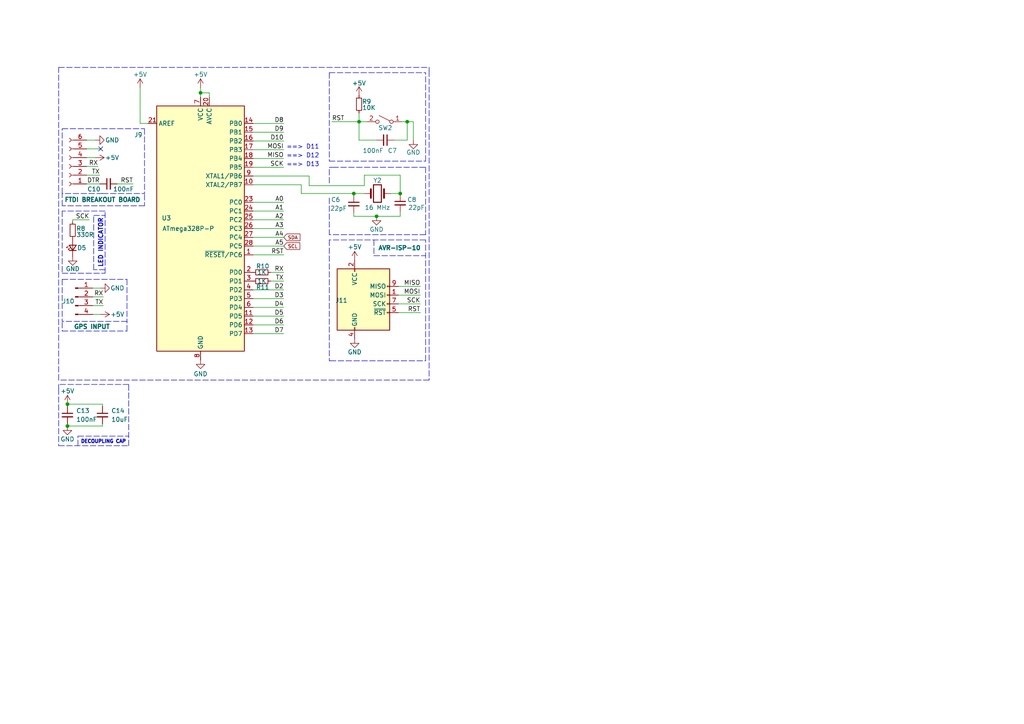
<source format=kicad_sch>
(kicad_sch (version 20211123) (generator eeschema)
  (paper "A4")
  (lib_symbols
    (symbol "Connector:AVR-ISP-10" (pin_names (offset 1.016))
      (property "Reference" "J" (at -6.35 11.43 0))
      (property "Value" "AVR-ISP-10" (at 0 11.43 0))
      (symbol "AVR-ISP-10_0_1"
        (rectangle (start -2.667 -6.858) (end -2.413 -7.62))
        (rectangle (start -2.667 10.16) (end -2.413 9.398))
        (rectangle (start 7.62 -2.413) (end 6.858 -2.667))
        (rectangle (start 7.62 0.127) (end 6.858 -0.127))
        (rectangle (start 7.62 2.667) (end 6.858 2.413))
        (rectangle (start 7.62 5.207) (end 6.858 4.953))
        (rectangle (start 7.62 10.16) (end -7.62 -7.62) (stroke (width 0.254)) (fill (type background)))
      )
      (symbol "AVR-ISP-10_1_1"
        (pin passive line (at 10.16 2.54 180) (length 2.54) (name "MOSI") (number "1"))
        (pin passive line (at -2.54 -10.16 90) (length 2.54) hide (name "GND") (number "10"))
        (pin passive line (at -2.54 12.7 270) (length 2.54) (name "VCC") (number "2"))
        (pin no_connect line (at 7.62 -5.08 180) (length 2.54) hide (name "NC") (number "3"))
        (pin passive line (at -2.54 -10.16 90) (length 2.54) (name "GND") (number "4"))
        (pin passive line (at 10.16 -2.54 180) (length 2.54) (name "~{RST}") (number "5"))
        (pin passive line (at -2.54 -10.16 90) (length 2.54) hide (name "GND") (number "6"))
        (pin passive line (at 10.16 0 180) (length 2.54) (name "SCK") (number "7"))
        (pin passive line (at -2.54 -10.16 90) (length 2.54) hide (name "GND") (number "8"))
        (pin passive line (at 10.16 5.08 180) (length 2.54) (name "MISO") (number "9"))
      )
    )
    (symbol "Connector:Conn_01x04_Male" (pin_names (offset 1.016) hide)
      (property "Reference" "J" (at 0 5.08 0))
      (property "Value" "Conn_01x04_Male" (at 0 -7.62 0))
      (symbol "Conn_01x04_Male_1_1"
        (polyline (pts (xy 1.27 -5.08) (xy 0.8636 -5.08)) (stroke (width 0.1524)))
        (polyline (pts (xy 1.27 -2.54) (xy 0.8636 -2.54)) (stroke (width 0.1524)))
        (polyline (pts (xy 1.27 0) (xy 0.8636 0)) (stroke (width 0.1524)))
        (polyline (pts (xy 1.27 2.54) (xy 0.8636 2.54)) (stroke (width 0.1524)))
        (rectangle (start 0.8636 -4.953) (end 0 -5.207) (stroke (width 0.1524)) (fill (type outline)))
        (rectangle (start 0.8636 -2.413) (end 0 -2.667) (stroke (width 0.1524)) (fill (type outline)))
        (rectangle (start 0.8636 0.127) (end 0 -0.127) (stroke (width 0.1524)) (fill (type outline)))
        (rectangle (start 0.8636 2.667) (end 0 2.413) (stroke (width 0.1524)) (fill (type outline)))
        (pin passive line (at 5.08 2.54 180) (length 3.81) (name "Pin_1") (number "1"))
        (pin passive line (at 5.08 0 180) (length 3.81) (name "Pin_2") (number "2"))
        (pin passive line (at 5.08 -2.54 180) (length 3.81) (name "Pin_3") (number "3"))
        (pin passive line (at 5.08 -5.08 180) (length 3.81) (name "Pin_4") (number "4"))
      )
    )
    (symbol "Connector:Conn_01x06_Female" (pin_names (offset 1.016) hide)
      (property "Reference" "J" (at 0 7.62 0))
      (property "Value" "Conn_01x06_Female" (at 0 -10.16 0))
      (symbol "Conn_01x06_Female_1_1"
        (arc (start 0 -7.112) (mid -0.508 -7.62) (end 0 -8.128) (stroke (width 0.1524)))
        (arc (start 0 -4.572) (mid -0.508 -5.08) (end 0 -5.588) (stroke (width 0.1524)))
        (arc (start 0 -2.032) (mid -0.508 -2.54) (end 0 -3.048) (stroke (width 0.1524)))
        (polyline (pts (xy -1.27 -7.62) (xy -0.508 -7.62)) (stroke (width 0.1524)))
        (polyline (pts (xy -1.27 -5.08) (xy -0.508 -5.08)) (stroke (width 0.1524)))
        (polyline (pts (xy -1.27 -2.54) (xy -0.508 -2.54)) (stroke (width 0.1524)))
        (polyline (pts (xy -1.27 0) (xy -0.508 0)) (stroke (width 0.1524)))
        (polyline (pts (xy -1.27 2.54) (xy -0.508 2.54)) (stroke (width 0.1524)))
        (polyline (pts (xy -1.27 5.08) (xy -0.508 5.08)) (stroke (width 0.1524)))
        (arc (start 0 0.508) (mid -0.508 0) (end 0 -0.508) (stroke (width 0.1524)))
        (arc (start 0 3.048) (mid -0.508 2.54) (end 0 2.032) (stroke (width 0.1524)))
        (arc (start 0 5.588) (mid -0.508 5.08) (end 0 4.572) (stroke (width 0.1524)))
        (pin passive line (at -5.08 5.08 0) (length 3.81) (name "Pin_1") (number "1"))
        (pin passive line (at -5.08 2.54 0) (length 3.81) (name "Pin_2") (number "2"))
        (pin passive line (at -5.08 0 0) (length 3.81) (name "Pin_3") (number "3"))
        (pin passive line (at -5.08 -2.54 0) (length 3.81) (name "Pin_4") (number "4"))
        (pin passive line (at -5.08 -5.08 0) (length 3.81) (name "Pin_5") (number "5"))
        (pin passive line (at -5.08 -7.62 0) (length 3.81) (name "Pin_6") (number "6"))
      )
    )
    (symbol "Device:C_Small" (pin_numbers hide) (pin_names (offset 0.254) hide)
      (property "Reference" "C" (at 0.254 1.778 0))
      (property "Value" "C_Small" (at 0.254 -2.032 0))
      (symbol "C_Small_0_1"
        (polyline (pts (xy -1.524 -0.508) (xy 1.524 -0.508)) (stroke (width 0.3302)))
        (polyline (pts (xy -1.524 0.508) (xy 1.524 0.508)) (stroke (width 0.3048)))
      )
      (symbol "C_Small_1_1"
        (pin passive line (at 0 2.54 270) (length 2.032) (name "~") (number "1"))
        (pin passive line (at 0 -2.54 90) (length 2.032) (name "~") (number "2"))
      )
    )
    (symbol "Device:Crystal" (pin_numbers hide) (pin_names (offset 1.016) hide)
      (property "Reference" "Y" (at 0 3.81 0))
      (property "Value" "Crystal" (at 0 -3.81 0))
      (symbol "Crystal_0_1"
        (rectangle (start -1.143 2.54) (end 1.143 -2.54) (stroke (width 0.3048)))
        (polyline (pts (xy -2.54 0) (xy -1.905 0)))
        (polyline (pts (xy -1.905 -1.27) (xy -1.905 1.27)) (stroke (width 0.508)))
        (polyline (pts (xy 1.905 -1.27) (xy 1.905 1.27)) (stroke (width 0.508)))
        (polyline (pts (xy 2.54 0) (xy 1.905 0)))
      )
      (symbol "Crystal_1_1"
        (pin passive line (at -3.81 0 0) (length 1.27) (name "1") (number "1"))
        (pin passive line (at 3.81 0 180) (length 1.27) (name "2") (number "2"))
      )
    )
    (symbol "Device:LED_Small" (pin_numbers hide) (pin_names (offset 0.254) hide)
      (property "Reference" "D" (at -1.27 3.175 0))
      (property "Value" "LED_Small" (at -4.445 -2.54 0))
      (symbol "LED_Small_0_1"
        (polyline (pts (xy -0.762 -1.016) (xy -0.762 1.016)) (stroke (width 0.254)))
        (polyline (pts (xy 1.016 0) (xy -0.762 0)))
        (polyline (pts (xy 0.762 -1.016) (xy -0.762 0) (xy 0.762 1.016) (xy 0.762 -1.016)) (stroke (width 0.254)))
        (polyline (pts (xy 0 0.762) (xy -0.508 1.27) (xy -0.254 1.27) (xy -0.508 1.27) (xy -0.508 1.016)))
        (polyline (pts (xy 0.508 1.27) (xy 0 1.778) (xy 0.254 1.778) (xy 0 1.778) (xy 0 1.524)))
      )
      (symbol "LED_Small_1_1"
        (pin passive line (at -2.54 0 0) (length 1.778) (name "K") (number "1"))
        (pin passive line (at 2.54 0 180) (length 1.778) (name "A") (number "2"))
      )
    )
    (symbol "Device:R_Small" (pin_numbers hide) (pin_names (offset 0.254) hide)
      (property "Reference" "R" (at 0.762 0.508 0))
      (property "Value" "R_Small" (at 0.762 -1.016 0))
      (symbol "R_Small_0_1"
        (rectangle (start -0.762 1.778) (end 0.762 -1.778) (stroke (width 0.2032)))
      )
      (symbol "R_Small_1_1"
        (pin passive line (at 0 2.54 270) (length 0.762) (name "~") (number "1"))
        (pin passive line (at 0 -2.54 90) (length 0.762) (name "~") (number "2"))
      )
    )
    (symbol "MCU_Microchip_ATmega:ATmega328P-P"
      (property "Reference" "U" (at -12.7 36.83 0))
      (property "Value" "ATmega328P-P" (at 2.54 -36.83 0))
      (symbol "ATmega328P-P_0_1"
        (rectangle (start -12.7 -35.56) (end 12.7 35.56) (stroke (width 0.254)) (fill (type background)))
      )
      (symbol "ATmega328P-P_1_1"
        (pin bidirectional line (at 15.24 -7.62 180) (length 2.54) (name "~{RESET}/PC6") (number "1"))
        (pin bidirectional line (at 15.24 12.7 180) (length 2.54) (name "XTAL2/PB7") (number "10"))
        (pin bidirectional line (at 15.24 -25.4 180) (length 2.54) (name "PD5") (number "11"))
        (pin bidirectional line (at 15.24 -27.94 180) (length 2.54) (name "PD6") (number "12"))
        (pin bidirectional line (at 15.24 -30.48 180) (length 2.54) (name "PD7") (number "13"))
        (pin bidirectional line (at 15.24 30.48 180) (length 2.54) (name "PB0") (number "14"))
        (pin bidirectional line (at 15.24 27.94 180) (length 2.54) (name "PB1") (number "15"))
        (pin bidirectional line (at 15.24 25.4 180) (length 2.54) (name "PB2") (number "16"))
        (pin bidirectional line (at 15.24 22.86 180) (length 2.54) (name "PB3") (number "17"))
        (pin bidirectional line (at 15.24 20.32 180) (length 2.54) (name "PB4") (number "18"))
        (pin bidirectional line (at 15.24 17.78 180) (length 2.54) (name "PB5") (number "19"))
        (pin bidirectional line (at 15.24 -12.7 180) (length 2.54) (name "PD0") (number "2"))
        (pin power_in line (at 2.54 38.1 270) (length 2.54) (name "AVCC") (number "20"))
        (pin passive line (at -15.24 30.48 0) (length 2.54) (name "AREF") (number "21"))
        (pin passive line (at 0 -38.1 90) (length 2.54) hide (name "GND") (number "22"))
        (pin bidirectional line (at 15.24 7.62 180) (length 2.54) (name "PC0") (number "23"))
        (pin bidirectional line (at 15.24 5.08 180) (length 2.54) (name "PC1") (number "24"))
        (pin bidirectional line (at 15.24 2.54 180) (length 2.54) (name "PC2") (number "25"))
        (pin bidirectional line (at 15.24 0 180) (length 2.54) (name "PC3") (number "26"))
        (pin bidirectional line (at 15.24 -2.54 180) (length 2.54) (name "PC4") (number "27"))
        (pin bidirectional line (at 15.24 -5.08 180) (length 2.54) (name "PC5") (number "28"))
        (pin bidirectional line (at 15.24 -15.24 180) (length 2.54) (name "PD1") (number "3"))
        (pin bidirectional line (at 15.24 -17.78 180) (length 2.54) (name "PD2") (number "4"))
        (pin bidirectional line (at 15.24 -20.32 180) (length 2.54) (name "PD3") (number "5"))
        (pin bidirectional line (at 15.24 -22.86 180) (length 2.54) (name "PD4") (number "6"))
        (pin power_in line (at 0 38.1 270) (length 2.54) (name "VCC") (number "7"))
        (pin power_in line (at 0 -38.1 90) (length 2.54) (name "GND") (number "8"))
        (pin bidirectional line (at 15.24 15.24 180) (length 2.54) (name "XTAL1/PB6") (number "9"))
      )
    )
    (symbol "Switch:SW_SPST" (pin_names (offset 0) hide)
      (property "Reference" "SW" (at 0 3.175 0))
      (property "Value" "SW_SPST" (at 0 -2.54 0))
      (symbol "SW_SPST_0_0"
        (circle (center -2.032 0) (radius 0.508))
        (polyline (pts (xy -1.524 0.254) (xy 1.524 1.778)))
        (circle (center 2.032 0) (radius 0.508))
      )
      (symbol "SW_SPST_1_1"
        (pin passive line (at -5.08 0 0) (length 2.54) (name "A") (number "1"))
        (pin passive line (at 5.08 0 180) (length 2.54) (name "B") (number "2"))
      )
    )
    (symbol "power:+5V" (power) (pin_names (offset 0))
      (property "Value" "+5V" (at 0 3.556 0))
      (symbol "+5V_0_1"
        (polyline (pts (xy -0.762 1.27) (xy 0 2.54)))
        (polyline (pts (xy 0 0) (xy 0 2.54)))
        (polyline (pts (xy 0 2.54) (xy 0.762 1.27)))
      )
      (symbol "+5V_1_1"
        (pin power_in line (at 0 0 90) (length 0) hide (name "+5V") (number "1"))
      )
    )
    (symbol "power:GND" (power) (pin_names (offset 0))
      (property "Value" "GND" (at 0 -3.81 0))
      (symbol "GND_0_1"
        (polyline (pts (xy 0 0) (xy 0 -1.27) (xy 1.27 -1.27) (xy 0 -2.54) (xy -1.27 -1.27) (xy 0 -1.27)))
      )
      (symbol "GND_1_1"
        (pin power_in line (at 0 0 270) (length 0) hide (name "GND") (number "1"))
      )
    )
  )
  (junction (at 118.11 35.306))
  (junction (at 58.166 26.924))
  (junction (at 104.14 35.306))
  (junction (at 19.558 123.571))
  (junction (at 19.558 117.221))
  (junction (at 109.22 62.738))
  (junction (at 116.078 56.134))
  (junction (at 102.616 56.134))
  (no_connect (at 29.21 43.18))
  (wire (pts (xy 26.924 88.646) (xy 29.972 88.646)))
  (polyline (pts (xy 22.606 126.492) (xy 37.338 126.492)))
  (polyline (pts (xy 18.034 93.472) (xy 18.034 96.012)))
  (polyline (pts (xy 95.758 104.648) (xy 123.444 104.648)))
  (polyline (pts (xy 123.444 48.514) (xy 123.444 68.072)))
  (wire (pts (xy 119.888 35.306) (xy 118.11 35.306)))
  (polyline (pts (xy 18.034 56.134) (xy 18.034 37.338)))
  (wire (pts (xy 73.406 40.894) (xy 82.296 40.894)))
  (polyline (pts (xy 41.91 59.69) (xy 18.034 59.69)))
  (wire (pts (xy 105.664 50.8) (xy 116.078 50.8)))
  (wire (pts (xy 25.146 53.34) (xy 28.956 53.34)))
  (wire (pts (xy 29.718 123.571) (xy 29.718 122.936)))
  (wire (pts (xy 26.924 86.106) (xy 29.972 86.106)))
  (wire (pts (xy 115.57 88.138) (xy 121.92 88.138)))
  (wire (pts (xy 73.406 43.434) (xy 82.296 43.434)))
  (wire (pts (xy 73.406 84.074) (xy 82.296 84.074)))
  (polyline (pts (xy 18.034 61.214) (xy 18.034 79.248)))
  (wire (pts (xy 102.616 61.722) (xy 102.616 62.738)))
  (wire (pts (xy 25.146 43.18) (xy 29.21 43.18)))
  (polyline (pts (xy 108.458 69.596) (xy 108.458 74.168)))
  (wire (pts (xy 25.146 40.64) (xy 27.686 40.64)))
  (polyline (pts (xy 37.338 129.286) (xy 37.338 111.506)))
  (wire (pts (xy 73.406 73.914) (xy 82.296 73.914)))
  (polyline (pts (xy 27.178 78.232) (xy 27.178 62.484)))
  (polyline (pts (xy 36.83 96.012) (xy 36.83 93.218)))
  (polyline (pts (xy 37.338 111.506) (xy 17.018 111.506)))
  (wire (pts (xy 116.078 56.134) (xy 113.284 56.134)))
  (wire (pts (xy 73.406 48.514) (xy 82.296 48.514)))
  (wire (pts (xy 42.926 35.814) (xy 40.64 35.814)))
  (wire (pts (xy 73.406 38.354) (xy 82.296 38.354)))
  (wire (pts (xy 73.406 71.374) (xy 82.296 71.374)))
  (wire (pts (xy 87.376 56.134) (xy 102.616 56.134)))
  (polyline (pts (xy 123.444 68.072) (xy 95.504 68.072)))
  (polyline (pts (xy 123.444 69.596) (xy 95.504 69.596)))
  (wire (pts (xy 73.406 51.054) (xy 89.662 51.054)))
  (polyline (pts (xy 30.48 61.214) (xy 18.034 61.214)))
  (wire (pts (xy 87.376 53.594) (xy 87.376 56.134)))
  (wire (pts (xy 19.558 117.221) (xy 29.718 117.221)))
  (polyline (pts (xy 41.91 56.388) (xy 41.91 59.69)))
  (wire (pts (xy 109.22 40.64) (xy 104.14 40.64)))
  (wire (pts (xy 21.082 63.754) (xy 21.082 64.262)))
  (polyline (pts (xy 18.034 79.248) (xy 30.48 79.248)))
  (wire (pts (xy 26.924 91.186) (xy 29.21 91.186)))
  (polyline (pts (xy 17.018 112.776) (xy 17.018 129.286)))
  (wire (pts (xy 58.166 25.4) (xy 58.166 26.924)))
  (wire (pts (xy 25.146 48.26) (xy 28.448 48.26)))
  (polyline (pts (xy 17.018 129.286) (xy 37.338 129.286)))
  (polyline (pts (xy 123.444 46.736) (xy 123.444 21.082)))
  (wire (pts (xy 78.486 81.534) (xy 82.296 81.534)))
  (polyline (pts (xy 17.018 111.506) (xy 17.018 112.776)))
  (wire (pts (xy 26.924 83.566) (xy 29.21 83.566)))
  (wire (pts (xy 109.22 62.738) (xy 116.078 62.738)))
  (polyline (pts (xy 41.91 37.338) (xy 41.91 56.134)))
  (polyline (pts (xy 18.034 81.026) (xy 36.83 81.026)))
  (polyline (pts (xy 124.46 20.574) (xy 124.46 110.236)))
  (wire (pts (xy 102.616 62.738) (xy 109.22 62.738)))
  (wire (pts (xy 73.406 61.214) (xy 82.296 61.214)))
  (wire (pts (xy 73.406 58.674) (xy 82.296 58.674)))
  (polyline (pts (xy 95.504 57.404) (xy 95.504 68.072)))
  (wire (pts (xy 116.078 62.738) (xy 116.078 61.468)))
  (wire (pts (xy 104.14 32.766) (xy 104.14 35.306)))
  (polyline (pts (xy 18.034 96.012) (xy 36.83 96.012)))
  (wire (pts (xy 73.406 89.154) (xy 82.296 89.154)))
  (polyline (pts (xy 18.034 37.338) (xy 41.91 37.338)))
  (wire (pts (xy 73.406 35.814) (xy 82.296 35.814)))
  (wire (pts (xy 73.406 91.694) (xy 82.296 91.694)))
  (wire (pts (xy 73.406 63.754) (xy 82.296 63.754)))
  (polyline (pts (xy 95.504 53.086) (xy 95.504 48.514)))
  (polyline (pts (xy 18.034 81.026) (xy 18.034 93.218)))
  (wire (pts (xy 19.558 117.856) (xy 19.558 117.221)))
  (wire (pts (xy 102.616 56.134) (xy 105.664 56.134)))
  (polyline (pts (xy 30.48 79.248) (xy 30.48 61.214)))
  (wire (pts (xy 73.406 94.234) (xy 82.296 94.234)))
  (polyline (pts (xy 22.606 129.286) (xy 22.606 126.492)))
  (wire (pts (xy 104.14 35.306) (xy 96.266 35.306)))
  (wire (pts (xy 73.406 53.594) (xy 87.376 53.594)))
  (polyline (pts (xy 36.83 81.026) (xy 36.83 93.218)))
  (wire (pts (xy 105.664 50.8) (xy 105.664 53.848)))
  (wire (pts (xy 25.908 63.754) (xy 21.082 63.754)))
  (wire (pts (xy 25.146 50.8) (xy 28.956 50.8)))
  (polyline (pts (xy 108.458 74.168) (xy 123.444 74.168)))
  (wire (pts (xy 40.64 35.814) (xy 40.64 25.4)))
  (wire (pts (xy 114.3 40.64) (xy 118.11 40.64)))
  (wire (pts (xy 102.616 56.642) (xy 102.616 56.134)))
  (polyline (pts (xy 17.018 110.236) (xy 17.018 19.558)))
  (wire (pts (xy 58.166 26.924) (xy 58.166 28.194)))
  (wire (pts (xy 115.57 90.678) (xy 121.92 90.678)))
  (polyline (pts (xy 95.504 104.648) (xy 95.758 104.648)))
  (wire (pts (xy 73.406 96.774) (xy 82.296 96.774)))
  (wire (pts (xy 73.406 45.974) (xy 82.296 45.974)))
  (wire (pts (xy 118.11 35.306) (xy 116.586 35.306)))
  (wire (pts (xy 116.078 50.8) (xy 116.078 56.134)))
  (wire (pts (xy 19.558 122.936) (xy 19.558 123.571)))
  (polyline (pts (xy 123.444 104.648) (xy 123.444 69.596)))
  (polyline (pts (xy 29.718 56.134) (xy 41.91 56.134)))
  (polyline (pts (xy 96.52 48.514) (xy 123.444 48.514)))
  (wire (pts (xy 89.662 51.054) (xy 89.662 53.848)))
  (wire (pts (xy 115.57 83.058) (xy 121.92 83.058)))
  (polyline (pts (xy 124.46 19.558) (xy 124.46 20.574)))
  (polyline (pts (xy 95.504 21.082) (xy 95.504 46.736)))
  (wire (pts (xy 78.486 78.994) (xy 82.296 78.994)))
  (wire (pts (xy 29.718 117.221) (xy 29.718 117.856)))
  (polyline (pts (xy 95.504 21.082) (xy 123.444 21.082)))
  (polyline (pts (xy 17.018 19.558) (xy 124.46 19.558)))
  (polyline (pts (xy 29.718 56.134) (xy 18.034 56.134)))
  (wire (pts (xy 119.888 40.64) (xy 119.888 35.306)))
  (wire (pts (xy 118.11 40.64) (xy 118.11 35.306)))
  (wire (pts (xy 104.14 35.306) (xy 106.426 35.306)))
  (wire (pts (xy 73.406 68.834) (xy 82.296 68.834)))
  (polyline (pts (xy 30.48 78.232) (xy 27.178 78.232)))
  (wire (pts (xy 116.078 56.134) (xy 116.078 56.388)))
  (polyline (pts (xy 27.178 62.484) (xy 30.48 62.484)))
  (wire (pts (xy 115.57 85.598) (xy 121.92 85.598)))
  (wire (pts (xy 19.558 123.571) (xy 29.718 123.571)))
  (wire (pts (xy 73.406 86.614) (xy 82.296 86.614)))
  (wire (pts (xy 34.036 53.34) (xy 38.608 53.34)))
  (wire (pts (xy 73.406 66.294) (xy 82.296 66.294)))
  (polyline (pts (xy 36.83 93.218) (xy 18.034 93.218)))
  (wire (pts (xy 58.166 26.924) (xy 60.706 26.924)))
  (wire (pts (xy 25.146 45.72) (xy 27.686 45.72)))
  (polyline (pts (xy 124.46 110.236) (xy 17.018 110.236)))
  (wire (pts (xy 104.14 40.64) (xy 104.14 35.306)))
  (polyline (pts (xy 95.504 48.514) (xy 96.52 48.514)))
  (polyline (pts (xy 95.504 69.596) (xy 95.504 104.648)))
  (wire (pts (xy 89.662 53.848) (xy 105.664 53.848)))
  (wire (pts (xy 60.706 26.924) (xy 60.706 28.194)))
  (polyline (pts (xy 95.504 46.736) (xy 123.444 46.736)))
  (polyline (pts (xy 18.034 59.69) (xy 18.034 56.134)))
  (text "DECOUPLING CAP" (at 23.368 128.778 0) (effects (font (size 1 1) (thickness 0.254) bold) (justify left bottom)))
  (text "==> D13\n" (at 83.058 48.514 0) (effects (font (size 1.27 1.27)) (justify left bottom)))
  (text "==> D11" (at 83.058 43.434 0) (effects (font (size 1.27 1.27)) (justify left bottom)))
  (text "==> D12\n" (at 83.058 45.974 0) (effects (font (size 1.27 1.27)) (justify left bottom)))
  (text "LED INDICATOR" (at 29.972 77.724 90) (effects (font (size 1.27 1.27) (thickness 0.254) bold) (justify left bottom)))
  (label "D10" (at 82.296 40.894 180))
  (label "D9" (at 82.296 38.354 180))
  (label "D5" (at 82.296 91.694 180))
  (label "RX" (at 28.448 48.26 180))
  (label "A5" (at 82.296 71.374 180))
  (label "MISO" (at 82.296 45.974 180))
  (label "RX" (at 29.972 86.106 180))
  (label "D3" (at 82.296 86.614 180))
  (label "A0" (at 82.296 58.674 180))
  (label "DTR" (at 28.956 53.34 180))
  (label "A3" (at 82.296 66.294 180))
  (label "D6" (at 82.296 94.234 180))
  (label "D8" (at 82.296 35.814 180))
  (label "TX" (at 82.296 81.534 180))
  (label "RST" (at 38.608 53.34 180))
  (label "A2" (at 82.296 63.754 180))
  (label "D2" (at 82.296 84.074 180))
  (label "MISO" (at 121.92 83.058 180))
  (label "SCK" (at 82.296 48.514 180))
  (label "RST" (at 82.296 73.914 180))
  (label "A1" (at 82.296 61.214 180))
  (label "TX" (at 28.956 50.8 180))
  (label "A4" (at 82.296 68.834 180))
  (label "D7" (at 82.296 96.774 180))
  (label "RST" (at 96.266 35.306 0))
  (label "SCK" (at 121.92 88.138 180))
  (label "SCK" (at 25.908 63.754 180))
  (label "MOSI" (at 82.296 43.434 180))
  (label "D4" (at 82.296 89.154 180))
  (label "RX" (at 82.296 78.994 180))
  (label "MOSI" (at 121.92 85.598 180))
  (label "RST" (at 121.92 90.678 180))
  (label "TX" (at 29.972 88.646 180))
  (global_label "SDA" (shape input) (at 82.296 68.834 0) (effects (font (size 1 1))) (property "Intersheet References" "${INTERSHEET_REFS}" (effects hide)))
  (global_label "SCL" (shape input) (at 82.296 71.374 0) (effects (font (size 1 1))) (property "Intersheet References" "${INTERSHEET_REFS}" (effects hide)))
  (symbol (lib_id "Device:C_Small") (at 19.558 120.396 0) (unit 1)
    (property "Reference" "C13" (at 22.098 119.1322 0) (effects (justify left)))
    (property "Value" "100nF" (at 22.098 121.6722 0) (effects (justify left)))
    (property "Footprint" "Capacitor_THT:C_Disc_D5.0mm_W2.5mm_P2.50mm" (effects hide))
  )
  (symbol (lib_id "Device:C_Small") (at 31.496 53.34 90) (unit 1)
    (property "Reference" "C10" (at 29.21 54.864 90) (effects (justify left)))
    (property "Value" "100nF" (at 38.862 54.864 90) (effects (justify left)))
    (property "Footprint" "Capacitor_THT:C_Disc_D5.0mm_W2.5mm_P2.50mm" (effects hide))
  )
  (symbol (lib_id "power:GND") (at 119.888 40.64 0) (mirror y) (unit 1)
    (property "Reference" "#PWR044" (effects hide))
    (property "Value" "GND" (at 119.888 44.196 0))
  )
  (symbol (lib_id "power:GND") (at 109.22 62.738 0) (unit 1)
    (property "Reference" "#PWR043" (effects hide))
    (property "Value" "GND" (at 109.22 66.548 0))
  )
  (symbol (lib_id "Device:C_Small") (at 111.76 40.64 270) (mirror x) (unit 1)
    (property "Reference" "C7" (at 113.792 43.688 90))
    (property "Value" "100nF" (at 108.204 43.688 90))
    (property "Footprint" "Capacitor_THT:C_Disc_D5.0mm_W2.5mm_P2.50mm" (effects hide))
  )
  (symbol (lib_id "Device:R_Small") (at 21.082 66.802 0) (unit 1)
    (property "Reference" "R8" (at 22.098 66.294 0) (effects (justify left)))
    (property "Value" "330R" (at 22.098 68.072 0) (effects (justify left)))
    (property "Footprint" "Resistor_THT:R_Axial_DIN0207_L6.3mm_D2.5mm_P7.62mm_Horizontal" (effects hide))
  )
  (symbol (lib_id "Connector:AVR-ISP-10") (at 105.41 88.138 0) (unit 1)
    (property "Reference" "J11" (at 100.838 87.122 0) (effects (justify right)))
    (property "Value" "AVR-ISP-10" (at 122.174 71.882 0) (effects (font bold) (justify right)))
    (property "Footprint" "Connector_IDC:IDC-Header_2x05_P2.54mm_Vertical" (effects hide))
    (property "Datasheet" " ~" (effects hide))
  )
  (symbol (lib_id "power:+5V") (at 27.686 45.72 270) (unit 1)
    (property "Reference" "#PWR034" (effects hide))
    (property "Value" "+5V" (at 30.48 45.72 90) (effects (justify left)))
  )
  (symbol (lib_id "Connector:Conn_01x04_Male") (at 21.844 86.106 0) (unit 1)
    (property "Reference" "J10" (at 19.812 87.376 0))
    (property "Value" "GPS INPUT" (at 26.67 94.742 0) (effects (font bold)))
    (property "Footprint" "Connector_PinHeader_2.54mm:PinHeader_1x04_P2.54mm_Vertical" (effects hide))
  )
  (symbol (lib_id "power:GND") (at 27.686 40.64 90) (unit 1)
    (property "Reference" "#PWR033" (effects hide))
    (property "Value" "GND" (at 30.48 40.64 90) (effects (justify right)))
  )
  (symbol (lib_id "power:+5V") (at 29.21 91.186 270) (unit 1)
    (property "Reference" "#PWR036" (effects hide))
    (property "Value" "+5V" (at 32.004 91.186 90) (effects (justify left)))
  )
  (symbol (lib_id "Device:C_Small") (at 29.718 120.396 0) (unit 1)
    (property "Reference" "C14" (at 32.258 119.1322 0) (effects (justify left)))
    (property "Value" "10uF" (at 32.258 121.6722 0) (effects (justify left)))
    (property "Footprint" "Capacitor_THT:C_Disc_D5.0mm_W2.5mm_P2.50mm" (effects hide))
  )
  (symbol (lib_id "Device:R_Small") (at 104.14 30.226 0) (mirror y) (unit 1)
    (property "Reference" "R9" (at 107.696 29.464 0) (effects (justify left)))
    (property "Value" "10K" (at 108.966 31.242 0) (effects (justify left)))
    (property "Footprint" "Resistor_THT:R_Axial_DIN0207_L6.3mm_D2.5mm_P7.62mm_Horizontal" (effects hide))
  )
  (symbol (lib_id "Device:R_Small") (at 75.946 78.994 90) (unit 1)
    (property "Reference" "R10" (at 76.2 77.216 90))
    (property "Value" "1K" (at 75.946 78.994 90))
    (property "Footprint" "Resistor_THT:R_Axial_DIN0207_L6.3mm_D2.5mm_P7.62mm_Horizontal" (effects hide))
  )
  (symbol (lib_id "power:GND") (at 29.21 83.566 90) (unit 1)
    (property "Reference" "#PWR035" (effects hide))
    (property "Value" "GND" (at 32.004 83.566 90) (effects (justify right)))
  )
  (symbol (lib_id "power:+5V") (at 19.558 117.221 0) (unit 1)
    (property "Reference" "#PWR0104" (effects hide))
    (property "Value" "+5V" (at 19.558 113.411 0))
  )
  (symbol (lib_id "Device:LED_Small") (at 21.082 71.882 90) (unit 1)
    (property "Reference" "D5" (at 22.352 71.882 90) (effects (justify right)))
    (property "Value" "LED_Small" (effects hide))
    (property "Footprint" "LED_THT:LED_D3.0mm" (effects hide))
  )
  (symbol (lib_id "Device:C_Small") (at 102.616 59.182 0) (unit 1)
    (property "Reference" "C6" (at 96.012 57.912 0) (effects (justify left)))
    (property "Value" "22pF" (at 95.758 60.452 0) (effects (justify left)))
    (property "Footprint" "Capacitor_THT:C_Disc_D5.0mm_W2.5mm_P2.50mm" (effects hide))
  )
  (symbol (lib_id "power:GND") (at 58.166 104.394 0) (unit 1)
    (property "Reference" "#PWR039" (effects hide))
    (property "Value" "GND" (at 58.166 108.458 0))
  )
  (symbol (lib_id "power:GND") (at 102.87 98.298 0) (unit 1)
    (property "Reference" "#PWR041" (effects hide))
    (property "Value" "GND" (at 102.87 102.108 0))
  )
  (symbol (lib_id "power:+5V") (at 40.64 25.4 0) (unit 1)
    (property "Reference" "#PWR037" (effects hide))
    (property "Value" "+5V" (at 40.64 21.59 0))
  )
  (symbol (lib_id "Switch:SW_SPST") (at 111.506 35.306 0) (mirror y) (unit 1)
    (property "Reference" "SW2" (at 111.76 37.084 0))
    (property "Value" "SW_SPST" (effects hide))
    (property "Footprint" "Button_Switch_THT:SW_Tactile_SPST_Angled_PTS645Vx58-2LFS" (effects hide))
  )
  (symbol (lib_id "power:+5V") (at 102.87 75.438 0) (unit 1)
    (property "Reference" "#PWR040" (effects hide))
    (property "Value" "+5V" (at 102.87 71.628 0))
  )
  (symbol (lib_id "power:+5V") (at 58.166 25.4 0) (unit 1)
    (property "Reference" "#PWR038" (effects hide))
    (property "Value" "+5V" (at 58.166 21.59 0))
  )
  (symbol (lib_id "power:+5V") (at 104.14 27.686 0) (mirror y) (unit 1)
    (property "Reference" "#PWR042" (effects hide))
    (property "Value" "+5V" (at 104.14 24.13 0))
  )
  (symbol (lib_id "Device:Crystal") (at 109.474 56.134 0) (unit 1)
    (property "Reference" "Y2" (at 109.474 52.324 0))
    (property "Value" "16 MHz" (at 109.474 60.198 0))
    (property "Footprint" "Crystal:Crystal_HC49-4H_Vertical" (effects hide))
  )
  (symbol (lib_id "Device:R_Small") (at 75.946 81.534 90) (unit 1)
    (property "Reference" "R11" (at 76.2 83.312 90))
    (property "Value" "1K" (at 75.946 81.534 90))
    (property "Footprint" "Resistor_THT:R_Axial_DIN0207_L6.3mm_D2.5mm_P7.62mm_Horizontal" (effects hide))
  )
  (symbol (lib_id "Connector:Conn_01x06_Female") (at 20.066 48.26 180) (unit 1)
    (property "Reference" "J9" (at 40.132 39.116 0))
    (property "Value" "FTDI BREAKOUT BOARD" (at 29.718 57.912 0) (effects (font bold)))
    (property "Footprint" "Connector_PinSocket_2.54mm:PinSocket_1x06_P2.54mm_Vertical" (effects hide))
  )
  (symbol (lib_id "power:GND") (at 21.082 74.422 0) (unit 1)
    (property "Reference" "#PWR032" (effects hide))
    (property "Value" "GND" (at 21.082 77.978 0))
  )
  (symbol (lib_id "power:GND") (at 19.558 123.571 0) (unit 1)
    (property "Reference" "#PWR0103" (effects hide))
    (property "Value" "GND" (at 19.558 127.381 0))
  )
  (symbol (lib_id "MCU_Microchip_ATmega:ATmega328P-P") (at 58.166 66.294 0) (unit 1)
    (property "Reference" "U3" (at 48.26 63.246 0))
    (property "Value" "ATmega328P-P" (at 54.61 66.294 0))
    (property "Footprint" "Package_DIP:DIP-28_W7.62mm" (effects hide))
    (property "Datasheet" "http://ww1.microchip.com/downloads/en/DeviceDoc/ATmega328_P%20AVR%20MCU%20with%20picoPower%20Technology%20Data%20Sheet%2040001984A.pdf" (effects hide))
  )
  (symbol (lib_id "Device:C_Small") (at 116.078 58.928 0) (unit 1)
    (property "Reference" "C8" (at 118.11 57.912 0) (effects (justify left)))
    (property "Value" "22pF" (at 118.364 60.198 0) (effects (justify left)))
    (property "Footprint" "Capacitor_THT:C_Disc_D5.0mm_W2.5mm_P2.50mm" (effects hide))
  )
)
</source>
